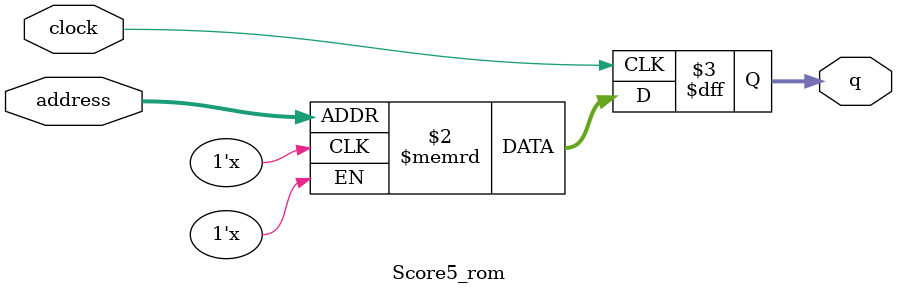
<source format=sv>
module Score5_rom (
	input logic clock,
	input logic [7:0] address,
	output logic [3:0] q
);

logic [3:0] memory [0:255] /* synthesis ram_init_file = "./Score5/Score5.mif" */;

always_ff @ (posedge clock) begin
	q <= memory[address];
end

endmodule

</source>
